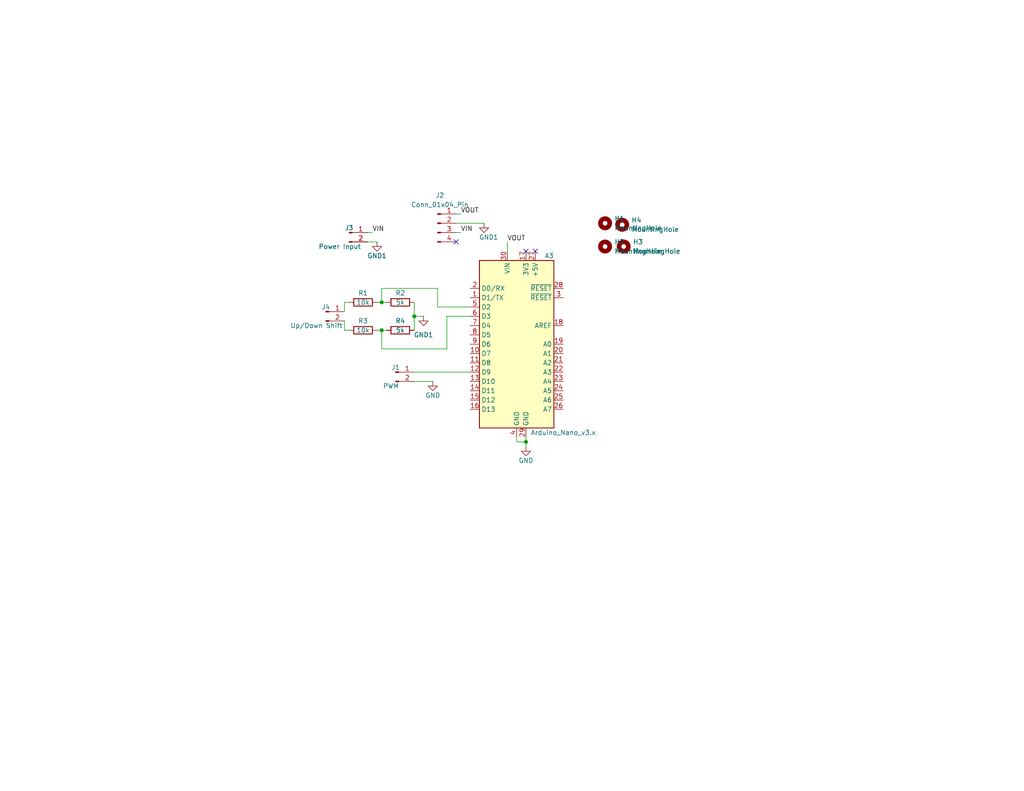
<source format=kicad_sch>
(kicad_sch (version 20230121) (generator eeschema)
  (paper "USLetter")
  (title_block (title "Shifter") (date "2024-01-27") (rev "v1") (company "SunDevil Motorsports"))
  (lib_symbols
    (symbol "Connector:Conn_01x02_Pin" (pin_names (offset 1.016) hide)
      (property "Reference" "J" (at 0 2.54 0))
      (property "Value" "Conn_01x02_Pin" (at 0 -5.08 0))
      (symbol "Conn_01x02_Pin_1_1"
        (polyline (pts (xy 1.27 -2.54) (xy 0.8636 -2.54)) (stroke (width 0.1524)))
        (polyline (pts (xy 1.27 0) (xy 0.8636 0)) (stroke (width 0.1524)))
        (rectangle (start 0.8636 -2.413) (end 0 -2.667) (stroke (width 0.1524)) (fill (type outline)))
        (rectangle (start 0.8636 0.127) (end 0 -0.127) (stroke (width 0.1524)) (fill (type outline)))
        (pin passive line (at 5.08 0 180) (length 3.81) (name "Pin_1") (number "1"))
        (pin passive line (at 5.08 -2.54 180) (length 3.81) (name "Pin_2") (number "2"))
      )
    )
    (symbol "Connector:Conn_01x04_Pin" (pin_names (offset 1.016) hide)
      (property "Reference" "J" (at 0 5.08 0))
      (property "Value" "Conn_01x04_Pin" (at 0 -7.62 0))
      (symbol "Conn_01x04_Pin_1_1"
        (polyline (pts (xy 1.27 -5.08) (xy 0.8636 -5.08)) (stroke (width 0.1524)))
        (polyline (pts (xy 1.27 -2.54) (xy 0.8636 -2.54)) (stroke (width 0.1524)))
        (polyline (pts (xy 1.27 0) (xy 0.8636 0)) (stroke (width 0.1524)))
        (polyline (pts (xy 1.27 2.54) (xy 0.8636 2.54)) (stroke (width 0.1524)))
        (rectangle (start 0.8636 -4.953) (end 0 -5.207) (stroke (width 0.1524)) (fill (type outline)))
        (rectangle (start 0.8636 -2.413) (end 0 -2.667) (stroke (width 0.1524)) (fill (type outline)))
        (rectangle (start 0.8636 0.127) (end 0 -0.127) (stroke (width 0.1524)) (fill (type outline)))
        (rectangle (start 0.8636 2.667) (end 0 2.413) (stroke (width 0.1524)) (fill (type outline)))
        (pin passive line (at 5.08 2.54 180) (length 3.81) (name "Pin_1") (number "1"))
        (pin passive line (at 5.08 0 180) (length 3.81) (name "Pin_2") (number "2"))
        (pin passive line (at 5.08 -2.54 180) (length 3.81) (name "Pin_3") (number "3"))
        (pin passive line (at 5.08 -5.08 180) (length 3.81) (name "Pin_4") (number "4"))
      )
    )
    (symbol "Device:R" (pin_numbers hide) (pin_names (offset 0))
      (property "Reference" "R" (at 2.032 0 90))
      (property "Value" "R" (at 0 0 90))
      (symbol "R_0_1"
        (rectangle (start -1.016 -2.54) (end 1.016 2.54) (stroke (width 0.254)))
      )
      (symbol "R_1_1"
        (pin passive line (at 0 3.81 270) (length 1.27) (name "~") (number "1"))
        (pin passive line (at 0 -3.81 90) (length 1.27) (name "~") (number "2"))
      )
    )
    (symbol "MCU_Module:Arduino_Nano_v3.x"
      (property "Reference" "A" (at -10.16 23.495 0))
      (property "Value" "Arduino_Nano_v3.x" (at 5.08 -24.13 0))
      (symbol "Arduino_Nano_v3.x_0_1"
        (rectangle (start -10.16 22.86) (end 10.16 -22.86) (stroke (width 0.254)) (fill (type background)))
      )
      (symbol "Arduino_Nano_v3.x_1_1"
        (pin bidirectional line (at -12.7 12.7 0) (length 2.54) (name "D1/TX") (number "1"))
        (pin bidirectional line (at -12.7 -2.54 0) (length 2.54) (name "D7") (number "10"))
        (pin bidirectional line (at -12.7 -5.08 0) (length 2.54) (name "D8") (number "11"))
        (pin bidirectional line (at -12.7 -7.62 0) (length 2.54) (name "D9") (number "12"))
        (pin bidirectional line (at -12.7 -10.16 0) (length 2.54) (name "D10") (number "13"))
        (pin bidirectional line (at -12.7 -12.7 0) (length 2.54) (name "D11") (number "14"))
        (pin bidirectional line (at -12.7 -15.24 0) (length 2.54) (name "D12") (number "15"))
        (pin bidirectional line (at -12.7 -17.78 0) (length 2.54) (name "D13") (number "16"))
        (pin power_out line (at 2.54 25.4 270) (length 2.54) (name "3V3") (number "17"))
        (pin input line (at 12.7 5.08 180) (length 2.54) (name "AREF") (number "18"))
        (pin bidirectional line (at 12.7 0 180) (length 2.54) (name "A0") (number "19"))
        (pin bidirectional line (at -12.7 15.24 0) (length 2.54) (name "D0/RX") (number "2"))
        (pin bidirectional line (at 12.7 -2.54 180) (length 2.54) (name "A1") (number "20"))
        (pin bidirectional line (at 12.7 -5.08 180) (length 2.54) (name "A2") (number "21"))
        (pin bidirectional line (at 12.7 -7.62 180) (length 2.54) (name "A3") (number "22"))
        (pin bidirectional line (at 12.7 -10.16 180) (length 2.54) (name "A4") (number "23"))
        (pin bidirectional line (at 12.7 -12.7 180) (length 2.54) (name "A5") (number "24"))
        (pin bidirectional line (at 12.7 -15.24 180) (length 2.54) (name "A6") (number "25"))
        (pin bidirectional line (at 12.7 -17.78 180) (length 2.54) (name "A7") (number "26"))
        (pin power_out line (at 5.08 25.4 270) (length 2.54) (name "+5V") (number "27"))
        (pin input line (at 12.7 15.24 180) (length 2.54) (name "~{RESET}") (number "28"))
        (pin power_in line (at 2.54 -25.4 90) (length 2.54) (name "GND") (number "29"))
        (pin input line (at 12.7 12.7 180) (length 2.54) (name "~{RESET}") (number "3"))
        (pin power_in line (at -2.54 25.4 270) (length 2.54) (name "VIN") (number "30"))
        (pin power_in line (at 0 -25.4 90) (length 2.54) (name "GND") (number "4"))
        (pin bidirectional line (at -12.7 10.16 0) (length 2.54) (name "D2") (number "5"))
        (pin bidirectional line (at -12.7 7.62 0) (length 2.54) (name "D3") (number "6"))
        (pin bidirectional line (at -12.7 5.08 0) (length 2.54) (name "D4") (number "7"))
        (pin bidirectional line (at -12.7 2.54 0) (length 2.54) (name "D5") (number "8"))
        (pin bidirectional line (at -12.7 0 0) (length 2.54) (name "D6") (number "9"))
      )
    )
    (symbol "Mechanical:MountingHole" (pin_names (offset 1.016))
      (property "Reference" "H" (at 0 5.08 0))
      (property "Value" "MountingHole" (at 0 3.175 0))
      (symbol "MountingHole_0_1"
        (circle (center 0 0) (radius 1.27) (stroke (width 1.27)))
      )
    )
    (symbol "power:GND" (power) (pin_names (offset 0))
      (property "Value" "GND" (at 0 -3.81 0))
      (symbol "GND_0_1"
        (polyline (pts (xy 0 0) (xy 0 -1.27) (xy 1.27 -1.27) (xy 0 -2.54) (xy -1.27 -1.27) (xy 0 -1.27)))
      )
      (symbol "GND_1_1"
        (pin power_in line (at 0 0 270) (length 0) hide (name "GND") (number "1"))
      )
    )
    (symbol "power:GND1" (power) (pin_names (offset 0))
      (property "Value" "GND1" (at 0 -3.81 0))
      (symbol "GND1_0_1"
        (polyline (pts (xy 0 0) (xy 0 -1.27) (xy 1.27 -1.27) (xy 0 -2.54) (xy -1.27 -1.27) (xy 0 -1.27)))
      )
      (symbol "GND1_1_1"
        (pin power_in line (at 0 0 270) (length 0) hide (name "GND1") (number "1"))
      )
    )
  )
  (junction (at 104.14 90.17))
  (junction (at 113.03 86.36))
  (junction (at 104.14 82.55))
  (junction (at 143.51 120.65))
  (no_connect (at 124.46 66.04))
  (no_connect (at 143.51 68.58))
  (no_connect (at 146.05 68.58))
  (wire (pts (xy 119.38 78.74) (xy 119.38 83.82)))
  (wire (pts (xy 138.43 66.04) (xy 138.43 68.58)))
  (wire (pts (xy 104.14 82.55) (xy 105.41 82.55)))
  (wire (pts (xy 104.14 90.17) (xy 105.41 90.17)))
  (wire (pts (xy 121.92 86.36) (xy 128.27 86.36)))
  (wire (pts (xy 93.98 87.63) (xy 93.98 90.17)))
  (wire (pts (xy 93.98 85.09) (xy 93.98 82.55)))
  (wire (pts (xy 104.14 78.74) (xy 119.38 78.74)))
  (wire (pts (xy 119.38 83.82) (xy 128.27 83.82)))
  (wire (pts (xy 143.51 119.38) (xy 143.51 120.65)))
  (wire (pts (xy 104.14 82.55) (xy 104.14 78.74)))
  (wire (pts (xy 104.14 95.25) (xy 121.92 95.25)))
  (wire (pts (xy 93.98 82.55) (xy 95.25 82.55)))
  (wire (pts (xy 113.03 90.17) (xy 113.03 86.36)))
  (wire (pts (xy 100.33 66.04) (xy 102.87 66.04)))
  (wire (pts (xy 140.97 120.65) (xy 143.51 120.65)))
  (wire (pts (xy 113.03 101.6) (xy 128.27 101.6)))
  (wire (pts (xy 102.87 82.55) (xy 104.14 82.55)))
  (wire (pts (xy 140.97 119.38) (xy 140.97 120.65)))
  (wire (pts (xy 100.33 63.5) (xy 101.6 63.5)))
  (wire (pts (xy 124.46 60.96) (xy 132.08 60.96)))
  (wire (pts (xy 143.51 120.65) (xy 143.51 121.92)))
  (wire (pts (xy 113.03 104.14) (xy 118.11 104.14)))
  (wire (pts (xy 124.46 63.5) (xy 125.73 63.5)))
  (wire (pts (xy 93.98 90.17) (xy 95.25 90.17)))
  (wire (pts (xy 113.03 82.55) (xy 113.03 86.36)))
  (wire (pts (xy 102.87 90.17) (xy 104.14 90.17)))
  (wire (pts (xy 104.14 90.17) (xy 104.14 95.25)))
  (wire (pts (xy 113.03 86.36) (xy 115.57 86.36)))
  (wire (pts (xy 124.46 58.42) (xy 125.73 58.42)))
  (wire (pts (xy 121.92 95.25) (xy 121.92 86.36)))
  (label "VIN" (at 125.73 63.5 0))
  (label "VOUT" (at 125.73 58.42 0))
  (label "VOUT" (at 138.43 66.04 0))
  (label "VIN" (at 101.6 63.5 0))
  (symbol (lib_id "Connector:Conn_01x04_Pin") (at 119.38 60.96 0) (unit 1)
    (property "Reference" "J2" (at 120.015 53.34 0))
    (property "Value" "Conn_01x04_Pin" (at 120.015 55.88 0))
    (property "Footprint" "Connector_PinHeader_2.54mm:PinHeader_1x04_P2.54mm_Vertical" (effects hide))
  )
  (symbol (lib_id "Device:R") (at 109.22 90.17 270) (unit 1)
    (property "Reference" "R4" (at 109.22 87.63 90))
    (property "Value" "5k" (at 109.22 90.17 90))
    (property "Footprint" "Resistor_THT:R_Axial_DIN0207_L6.3mm_D2.5mm_P7.62mm_Horizontal" (effects hide))
  )
  (symbol (lib_id "MCU_Module:Arduino_Nano_v3.x") (at 140.97 93.98 0) (unit 1)
    (property "Reference" "A3" (at 148.59 69.85 0) (effects (justify left)))
    (property "Value" "Arduino_Nano_v3.x" (at 144.78 118.11 0) (effects (justify left)))
    (property "Footprint" "Module:Arduino_Nano" (effects hide))
    (property "Datasheet" "http://www.mouser.com/pdfdocs/Gravitech_Arduino_Nano3_0.pdf" (effects hide))
  )
  (symbol (lib_id "power:GND1") (at 132.08 60.96 0) (unit 1)
    (property "Reference" "#PWR05" (effects hide))
    (property "Value" "GND1" (at 133.35 64.77 0))
  )
  (symbol (lib_id "Mechanical:MountingHole") (at 169.7607 61.3741 0) (unit 1)
    (property "Reference" "H4" (at 172.3007 60.1041 0) (effects (justify left)))
    (property "Value" "MountingHole" (at 172.3007 62.6441 0) (effects (justify left)))
    (property "Footprint" "MountingHole:MountingHole_3.2mm_M3" (effects hide))
  )
  (symbol (lib_id "power:GND") (at 143.51 121.92 0) (unit 1)
    (property "Reference" "#PWR01" (effects hide))
    (property "Value" "GND" (at 143.51 125.73 0))
  )
  (symbol (lib_id "Mechanical:MountingHole") (at 165.1 67.31 0) (unit 1)
    (property "Reference" "H2" (at 167.64 66.04 0) (effects (justify left)))
    (property "Value" "MountingHole" (at 167.64 68.58 0) (effects (justify left)))
    (property "Footprint" "MountingHole:MountingHole_3.2mm_M3" (effects hide))
  )
  (symbol (lib_id "power:GND1") (at 102.87 66.04 0) (unit 1)
    (property "Reference" "#PWR03" (effects hide))
    (property "Value" "GND1" (at 102.87 69.85 0))
  )
  (symbol (lib_id "Device:R") (at 109.22 82.55 270) (unit 1)
    (property "Reference" "R2" (at 109.22 80.01 90))
    (property "Value" "5k" (at 109.22 82.55 90))
    (property "Footprint" "Resistor_THT:R_Axial_DIN0207_L6.3mm_D2.5mm_P7.62mm_Horizontal" (effects hide))
  )
  (symbol (lib_id "Connector:Conn_01x02_Pin") (at 107.95 101.6 0) (unit 1)
    (property "Reference" "J1" (at 107.95 100.33 0))
    (property "Value" "PWM" (at 106.68 105.41 0))
    (property "Footprint" "Connector_JST:JST_XH_B2B-XH-A_1x02_P2.50mm_Vertical" (effects hide))
  )
  (symbol (lib_id "Device:R") (at 99.06 82.55 270) (unit 1)
    (property "Reference" "R1" (at 99.06 80.01 90))
    (property "Value" "10k" (at 99.06 82.55 90))
    (property "Footprint" "Resistor_THT:R_Axial_DIN0207_L6.3mm_D2.5mm_P7.62mm_Horizontal" (effects hide))
  )
  (symbol (lib_id "power:GND") (at 118.11 104.14 0) (unit 1)
    (property "Reference" "#PWR02" (effects hide))
    (property "Value" "GND" (at 118.11 107.95 0))
  )
  (symbol (lib_id "Connector:Conn_01x02_Pin") (at 95.25 63.5 0) (unit 1)
    (property "Reference" "J3" (at 95.25 62.23 0))
    (property "Value" "Power Input" (at 92.71 67.31 0))
    (property "Footprint" "Connector_JST:JST_XH_B2B-XH-A_1x02_P2.50mm_Vertical" (effects hide))
  )
  (symbol (lib_id "Device:R") (at 99.06 90.17 270) (unit 1)
    (property "Reference" "R3" (at 99.06 87.63 90))
    (property "Value" "10k" (at 99.06 90.17 90))
    (property "Footprint" "Resistor_THT:R_Axial_DIN0207_L6.3mm_D2.5mm_P7.62mm_Horizontal" (effects hide))
  )
  (symbol (lib_id "Mechanical:MountingHole") (at 170.18 67.31 0) (unit 1)
    (property "Reference" "H3" (at 172.72 66.04 0) (effects (justify left)))
    (property "Value" "MountingHole" (at 172.72 68.58 0) (effects (justify left)))
    (property "Footprint" "MountingHole:MountingHole_3.2mm_M3" (effects hide))
  )
  (symbol (lib_id "Mechanical:MountingHole") (at 165.1 60.96 0) (unit 1)
    (property "Reference" "H1" (at 167.64 59.69 0) (effects (justify left)))
    (property "Value" "MountingHole" (at 167.64 62.23 0) (effects (justify left)))
    (property "Footprint" "MountingHole:MountingHole_3.2mm_M3" (effects hide))
  )
  (symbol (lib_id "Connector:Conn_01x02_Pin") (at 88.9 85.09 0) (unit 1)
    (property "Reference" "J4" (at 88.9 83.82 0))
    (property "Value" "Up/Down Shift" (at 86.36 88.9 0))
    (property "Footprint" "Connector_JST:JST_XH_B2B-XH-A_1x02_P2.50mm_Vertical" (effects hide))
  )
  (symbol (lib_id "power:GND1") (at 115.57 86.36 0) (unit 1)
    (property "Reference" "#PWR04" (effects hide))
    (property "Value" "GND1" (at 115.57 91.44 0))
  )
)
</source>
